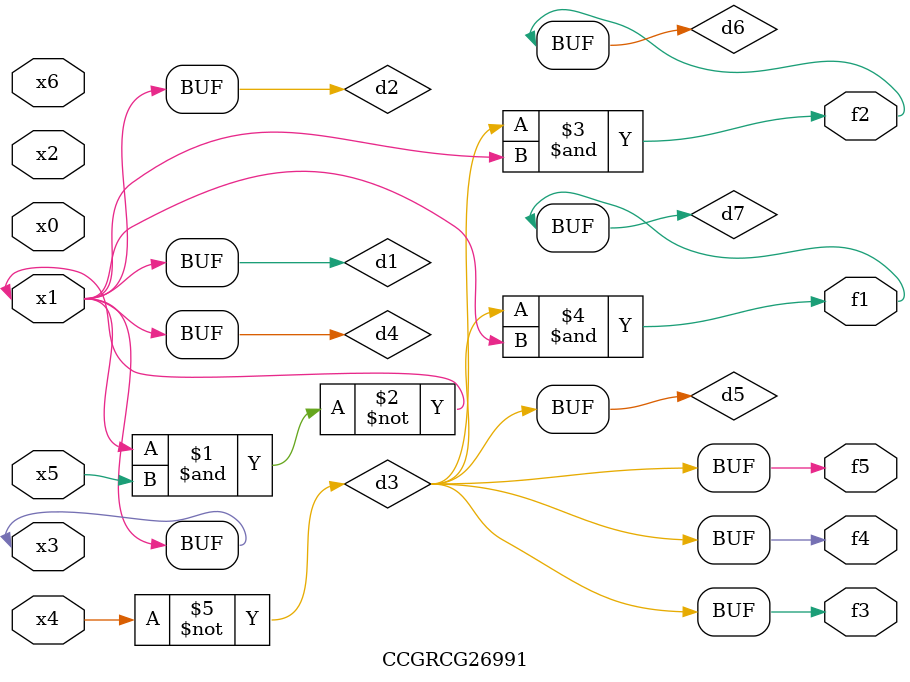
<source format=v>
module CCGRCG26991(
	input x0, x1, x2, x3, x4, x5, x6,
	output f1, f2, f3, f4, f5
);

	wire d1, d2, d3, d4, d5, d6, d7;

	buf (d1, x1, x3);
	nand (d2, x1, x5);
	not (d3, x4);
	buf (d4, d1, d2);
	buf (d5, d3);
	and (d6, d3, d4);
	and (d7, d3, d4);
	assign f1 = d7;
	assign f2 = d6;
	assign f3 = d5;
	assign f4 = d5;
	assign f5 = d5;
endmodule

</source>
